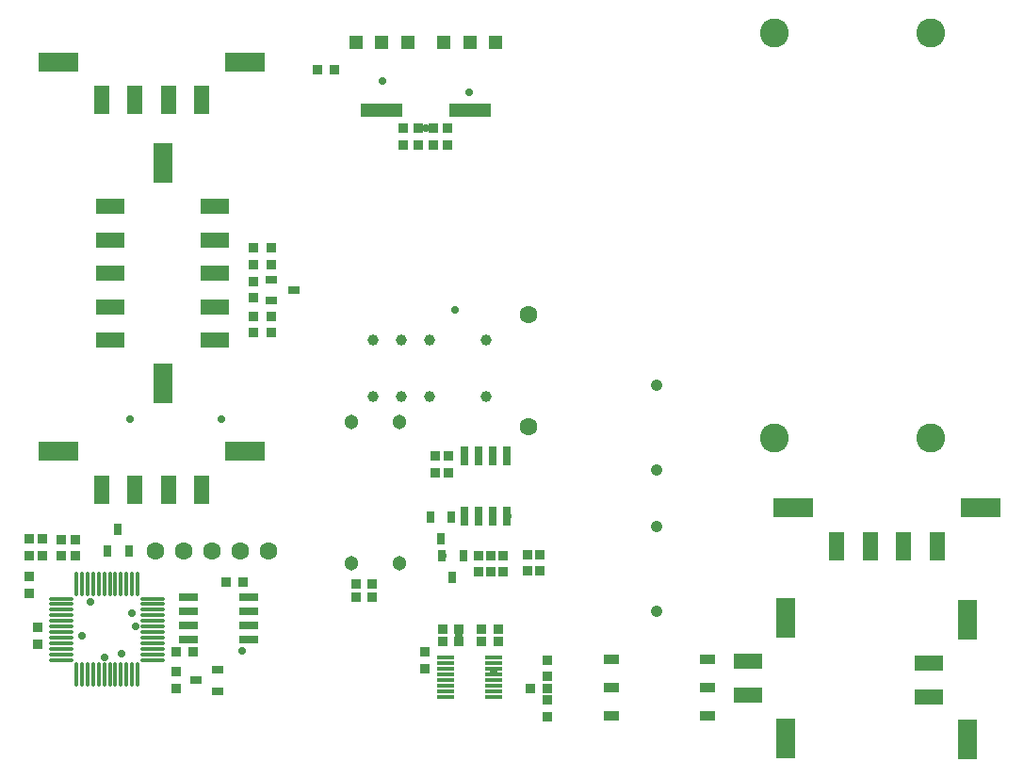
<source format=gts>
G04*
G04 #@! TF.GenerationSoftware,Altium Limited,Altium Designer,19.0.10 (269)*
G04*
G04 Layer_Color=8388736*
%FSLAX25Y25*%
%MOIN*%
G70*
G01*
G75*
%ADD17R,0.03353X0.03550*%
%ADD18R,0.03943X0.03156*%
%ADD19R,0.03156X0.03943*%
%ADD20O,0.08668X0.01581*%
%ADD21O,0.01581X0.08668*%
%ADD22R,0.05400X0.10400*%
%ADD23R,0.13904X0.06896*%
%ADD24R,0.06896X0.13904*%
%ADD25R,0.10400X0.05400*%
%ADD26R,0.03550X0.03353*%
%ADD27R,0.10400X0.05400*%
%ADD28R,0.06896X0.13904*%
%ADD29R,0.02762X0.06502*%
%ADD30R,0.05400X0.03392*%
%ADD31R,0.05900X0.01500*%
%ADD32R,0.06502X0.02762*%
%ADD33R,0.05124X0.05124*%
%ADD34R,0.14573X0.05124*%
%ADD35C,0.06306*%
%ADD36C,0.04239*%
%ADD37C,0.05124*%
%ADD38C,0.03943*%
%ADD39C,0.10243*%
%ADD40C,0.02762*%
D17*
X63484Y112500D02*
D03*
Y118405D02*
D03*
X47244Y112598D02*
D03*
Y118504D02*
D03*
X132972Y197441D02*
D03*
Y191535D02*
D03*
X126575D02*
D03*
Y197441D02*
D03*
Y203839D02*
D03*
Y209744D02*
D03*
X132972Y215748D02*
D03*
Y221654D02*
D03*
X126575D02*
D03*
Y215748D02*
D03*
X187402Y72638D02*
D03*
Y78543D02*
D03*
X58563Y118405D02*
D03*
Y112500D02*
D03*
X99311Y65650D02*
D03*
Y71555D02*
D03*
X47244Y99409D02*
D03*
Y105315D02*
D03*
X50197Y87303D02*
D03*
Y81398D02*
D03*
X195669Y148031D02*
D03*
Y142126D02*
D03*
X214961Y112795D02*
D03*
Y106890D02*
D03*
X227953Y107165D02*
D03*
Y113071D02*
D03*
X210630Y106890D02*
D03*
Y112795D02*
D03*
X223622Y113071D02*
D03*
Y107165D02*
D03*
X190945Y148031D02*
D03*
Y142126D02*
D03*
X206299Y112795D02*
D03*
Y106890D02*
D03*
X230512Y69882D02*
D03*
Y75787D02*
D03*
Y61614D02*
D03*
Y55709D02*
D03*
X179528Y258071D02*
D03*
Y263976D02*
D03*
X184843D02*
D03*
Y258071D02*
D03*
X195276D02*
D03*
Y263976D02*
D03*
X190354D02*
D03*
Y258071D02*
D03*
X51968Y118504D02*
D03*
Y112598D02*
D03*
D18*
X133071Y210433D02*
D03*
Y202953D02*
D03*
X140945Y206693D02*
D03*
X113976Y64764D02*
D03*
Y72244D02*
D03*
X106102Y68504D02*
D03*
D19*
X75000Y114173D02*
D03*
X82480D02*
D03*
X78740Y122047D02*
D03*
X196653Y126378D02*
D03*
X189173D02*
D03*
X192913Y118504D02*
D03*
X200787Y112795D02*
D03*
X193307D02*
D03*
X197047Y104921D02*
D03*
D20*
X58661Y97441D02*
D03*
Y95472D02*
D03*
Y93504D02*
D03*
Y91535D02*
D03*
Y89567D02*
D03*
Y87598D02*
D03*
Y85630D02*
D03*
Y83661D02*
D03*
Y81693D02*
D03*
Y79724D02*
D03*
Y77756D02*
D03*
Y75787D02*
D03*
X90945D02*
D03*
Y77756D02*
D03*
Y79724D02*
D03*
Y81693D02*
D03*
Y83661D02*
D03*
Y85630D02*
D03*
Y87598D02*
D03*
Y89567D02*
D03*
Y91535D02*
D03*
Y93504D02*
D03*
Y95472D02*
D03*
Y97441D02*
D03*
D21*
X63976Y70472D02*
D03*
X65945D02*
D03*
X67913D02*
D03*
X69882D02*
D03*
X71850D02*
D03*
X73819D02*
D03*
X75787D02*
D03*
X77756D02*
D03*
X79724D02*
D03*
X81693D02*
D03*
X83661D02*
D03*
X85630D02*
D03*
Y102756D02*
D03*
X83661D02*
D03*
X81693D02*
D03*
X79724D02*
D03*
X77756D02*
D03*
X75787D02*
D03*
X73819D02*
D03*
X71850D02*
D03*
X69882D02*
D03*
X67913D02*
D03*
X65945D02*
D03*
X63976D02*
D03*
D22*
X108268Y273898D02*
D03*
X96457D02*
D03*
X84645D02*
D03*
X72834D02*
D03*
X108268Y136102D02*
D03*
X96457D02*
D03*
X84645D02*
D03*
X72834D02*
D03*
X333070Y116024D02*
D03*
X344881D02*
D03*
X356693D02*
D03*
X368504D02*
D03*
D23*
X57519Y287402D02*
D03*
X123583D02*
D03*
X57519Y149606D02*
D03*
X123583D02*
D03*
X383819Y129528D02*
D03*
X317755D02*
D03*
D24*
X379134Y89920D02*
D03*
Y47480D02*
D03*
X314961Y90511D02*
D03*
Y48071D02*
D03*
D25*
X365630Y62794D02*
D03*
Y74606D02*
D03*
X301457Y63385D02*
D03*
Y75197D02*
D03*
D26*
X116929Y103248D02*
D03*
X122835D02*
D03*
X155118Y284744D02*
D03*
X149213D02*
D03*
X162795Y98032D02*
D03*
X168701D02*
D03*
X162795Y102756D02*
D03*
X168701D02*
D03*
X224606Y65748D02*
D03*
X230512D02*
D03*
X213189Y82284D02*
D03*
X207283D02*
D03*
X193504Y86614D02*
D03*
X199409D02*
D03*
X193504Y82284D02*
D03*
X199409D02*
D03*
X207283Y86614D02*
D03*
X213189D02*
D03*
X99311Y78543D02*
D03*
X105217D02*
D03*
D27*
X112992Y236220D02*
D03*
Y224409D02*
D03*
Y212598D02*
D03*
Y200787D02*
D03*
Y188976D02*
D03*
X75984Y236220D02*
D03*
Y224409D02*
D03*
Y212598D02*
D03*
Y200787D02*
D03*
Y188976D02*
D03*
D28*
X94488Y173700D02*
D03*
Y251496D02*
D03*
D29*
X201358Y126772D02*
D03*
X206358D02*
D03*
X211358D02*
D03*
X216358D02*
D03*
Y148031D02*
D03*
X211358D02*
D03*
X206358D02*
D03*
X201358D02*
D03*
D30*
X287205Y55847D02*
D03*
Y65847D02*
D03*
Y75846D02*
D03*
X253346D02*
D03*
Y65847D02*
D03*
Y55847D02*
D03*
D31*
X194550Y76580D02*
D03*
Y74610D02*
D03*
Y72640D02*
D03*
Y70670D02*
D03*
Y68700D02*
D03*
Y66730D02*
D03*
Y64760D02*
D03*
Y62790D02*
D03*
X211750D02*
D03*
Y64760D02*
D03*
Y66730D02*
D03*
Y68700D02*
D03*
Y70670D02*
D03*
Y72640D02*
D03*
Y74610D02*
D03*
Y76580D02*
D03*
D32*
X103543Y98051D02*
D03*
Y93051D02*
D03*
Y88051D02*
D03*
Y83051D02*
D03*
X124803D02*
D03*
Y88051D02*
D03*
Y93051D02*
D03*
Y98051D02*
D03*
D33*
X181102Y294291D02*
D03*
X172047D02*
D03*
X162992D02*
D03*
X212205D02*
D03*
X203150D02*
D03*
X194095D02*
D03*
D34*
X172047Y270276D02*
D03*
X203150D02*
D03*
D35*
X132047Y114173D02*
D03*
X122047D02*
D03*
X112047D02*
D03*
X102047D02*
D03*
X92047D02*
D03*
X223831Y197835D02*
D03*
Y158465D02*
D03*
D36*
X269291Y173071D02*
D03*
Y143071D02*
D03*
Y123071D02*
D03*
Y93071D02*
D03*
D37*
X161417Y159961D02*
D03*
Y110118D02*
D03*
X178347Y159961D02*
D03*
Y110118D02*
D03*
D38*
X188993Y189134D02*
D03*
X178992D02*
D03*
X168992D02*
D03*
Y169134D02*
D03*
X178992D02*
D03*
X188993D02*
D03*
X208993D02*
D03*
Y189134D02*
D03*
D39*
X311024Y297638D02*
D03*
Y154331D02*
D03*
X366142D02*
D03*
Y297638D02*
D03*
D40*
X122736Y78937D02*
D03*
X124803Y98051D02*
D03*
X211713Y71653D02*
D03*
X203051Y276772D02*
D03*
X99311Y71653D02*
D03*
X124803Y83051D02*
D03*
X132972Y215846D02*
D03*
X79823Y78051D02*
D03*
X83760Y92224D02*
D03*
X68799Y96457D02*
D03*
X65945Y84252D02*
D03*
X115256Y161024D02*
D03*
X82874D02*
D03*
X172146Y280709D02*
D03*
X73819Y76476D02*
D03*
X108366Y135925D02*
D03*
X75984Y200787D02*
D03*
X96161Y135925D02*
D03*
X50197Y87205D02*
D03*
X193504Y82284D02*
D03*
X140945Y206791D02*
D03*
X132972Y197539D02*
D03*
X85039Y87598D02*
D03*
X103543Y93051D02*
D03*
X113976Y72244D02*
D03*
X82480Y114173D02*
D03*
X84645Y136102D02*
D03*
X75984Y224409D02*
D03*
X108268Y273898D02*
D03*
X96457D02*
D03*
X112992Y236220D02*
D03*
X72834Y273898D02*
D03*
X122835Y103248D02*
D03*
X162992Y294488D02*
D03*
X194095D02*
D03*
X197047Y104921D02*
D03*
X192913Y118504D02*
D03*
X189173Y126378D02*
D03*
X149213Y284744D02*
D03*
X51968Y112598D02*
D03*
X105217Y78543D02*
D03*
X190945Y142126D02*
D03*
X216535Y126772D02*
D03*
X214961Y107087D02*
D03*
X206299D02*
D03*
X193504Y112598D02*
D03*
X168504Y98032D02*
D03*
X224410Y65748D02*
D03*
X212992Y86614D02*
D03*
X199213Y84252D02*
D03*
X212205Y294488D02*
D03*
X181102D02*
D03*
X187598Y263976D02*
D03*
X211417Y126772D02*
D03*
X195669Y142126D02*
D03*
X198031Y199606D02*
D03*
M02*

</source>
